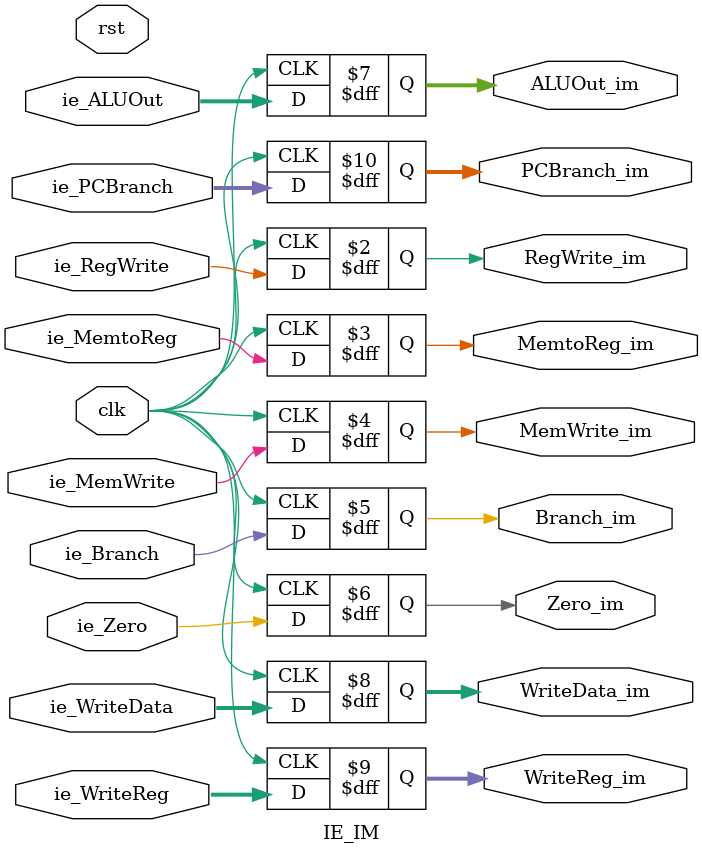
<source format=v>
`timescale 1ns / 1ns
module IE_IM(clk,rst,ie_RegWrite,ie_MemtoReg,ie_MemWrite,ie_Branch,ie_Zero,ie_ALUOut,ie_WriteData,ie_WriteReg,ie_PCBranch,
RegWrite_im,MemtoReg_im,MemWrite_im,Branch_im,Zero_im,ALUOut_im,WriteData_im,WriteReg_im,PCBranch_im);
    input wire clk;
    input wire rst;
    input wire ie_RegWrite;
    input wire ie_MemtoReg;
    input wire ie_MemWrite;
    input wire ie_Branch;
    input wire ie_Zero;
    input wire [31:0] ie_ALUOut;
    input wire [31:0] ie_WriteData;
    input wire [4:0] ie_WriteReg;
    input wire [31:0] ie_PCBranch;
    output reg RegWrite_im;
    output reg MemtoReg_im;
    output reg MemWrite_im;
    output reg Branch_im;
    output reg Zero_im;
    output reg [31:0] ALUOut_im;
    output reg [31:0] WriteData_im;
    output reg [4:0] WriteReg_im;
    output reg [31:0] PCBranch_im;
    
    always@(posedge clk)
        begin
            RegWrite_im<=ie_RegWrite;
            MemtoReg_im<=ie_MemtoReg;
            MemWrite_im<=ie_MemWrite;
            Branch_im<=ie_Branch;
            Zero_im<=ie_Zero;
            ALUOut_im<=ie_ALUOut;
            WriteData_im<=ie_WriteData;
            WriteReg_im<=ie_WriteReg;
            PCBranch_im<=ie_PCBranch;
        end
        
endmodule

</source>
